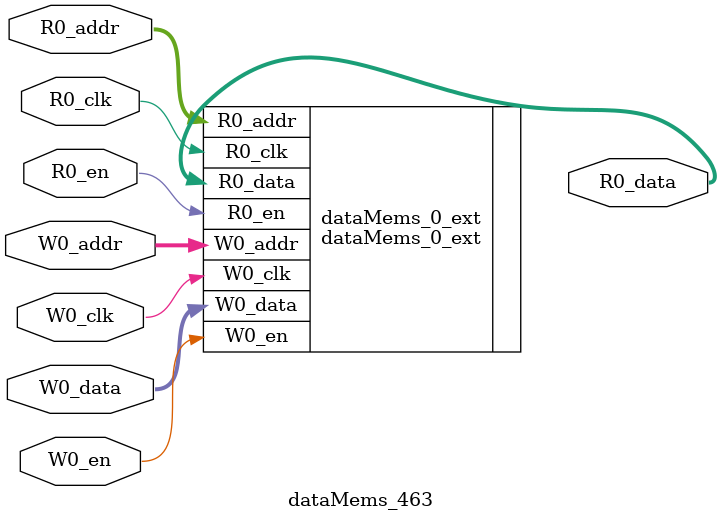
<source format=sv>
`ifndef RANDOMIZE
  `ifdef RANDOMIZE_REG_INIT
    `define RANDOMIZE
  `endif // RANDOMIZE_REG_INIT
`endif // not def RANDOMIZE
`ifndef RANDOMIZE
  `ifdef RANDOMIZE_MEM_INIT
    `define RANDOMIZE
  `endif // RANDOMIZE_MEM_INIT
`endif // not def RANDOMIZE

`ifndef RANDOM
  `define RANDOM $random
`endif // not def RANDOM

// Users can define 'PRINTF_COND' to add an extra gate to prints.
`ifndef PRINTF_COND_
  `ifdef PRINTF_COND
    `define PRINTF_COND_ (`PRINTF_COND)
  `else  // PRINTF_COND
    `define PRINTF_COND_ 1
  `endif // PRINTF_COND
`endif // not def PRINTF_COND_

// Users can define 'ASSERT_VERBOSE_COND' to add an extra gate to assert error printing.
`ifndef ASSERT_VERBOSE_COND_
  `ifdef ASSERT_VERBOSE_COND
    `define ASSERT_VERBOSE_COND_ (`ASSERT_VERBOSE_COND)
  `else  // ASSERT_VERBOSE_COND
    `define ASSERT_VERBOSE_COND_ 1
  `endif // ASSERT_VERBOSE_COND
`endif // not def ASSERT_VERBOSE_COND_

// Users can define 'STOP_COND' to add an extra gate to stop conditions.
`ifndef STOP_COND_
  `ifdef STOP_COND
    `define STOP_COND_ (`STOP_COND)
  `else  // STOP_COND
    `define STOP_COND_ 1
  `endif // STOP_COND
`endif // not def STOP_COND_

// Users can define INIT_RANDOM as general code that gets injected into the
// initializer block for modules with registers.
`ifndef INIT_RANDOM
  `define INIT_RANDOM
`endif // not def INIT_RANDOM

// If using random initialization, you can also define RANDOMIZE_DELAY to
// customize the delay used, otherwise 0.002 is used.
`ifndef RANDOMIZE_DELAY
  `define RANDOMIZE_DELAY 0.002
`endif // not def RANDOMIZE_DELAY

// Define INIT_RANDOM_PROLOG_ for use in our modules below.
`ifndef INIT_RANDOM_PROLOG_
  `ifdef RANDOMIZE
    `ifdef VERILATOR
      `define INIT_RANDOM_PROLOG_ `INIT_RANDOM
    `else  // VERILATOR
      `define INIT_RANDOM_PROLOG_ `INIT_RANDOM #`RANDOMIZE_DELAY begin end
    `endif // VERILATOR
  `else  // RANDOMIZE
    `define INIT_RANDOM_PROLOG_
  `endif // RANDOMIZE
`endif // not def INIT_RANDOM_PROLOG_

// Include register initializers in init blocks unless synthesis is set
`ifndef SYNTHESIS
  `ifndef ENABLE_INITIAL_REG_
    `define ENABLE_INITIAL_REG_
  `endif // not def ENABLE_INITIAL_REG_
`endif // not def SYNTHESIS

// Include rmemory initializers in init blocks unless synthesis is set
`ifndef SYNTHESIS
  `ifndef ENABLE_INITIAL_MEM_
    `define ENABLE_INITIAL_MEM_
  `endif // not def ENABLE_INITIAL_MEM_
`endif // not def SYNTHESIS

module dataMems_463(	// @[generators/ara/src/main/scala/UnsafeAXI4ToTL.scala:365:62]
  input  [4:0]  R0_addr,
  input         R0_en,
  input         R0_clk,
  output [66:0] R0_data,
  input  [4:0]  W0_addr,
  input         W0_en,
  input         W0_clk,
  input  [66:0] W0_data
);

  dataMems_0_ext dataMems_0_ext (	// @[generators/ara/src/main/scala/UnsafeAXI4ToTL.scala:365:62]
    .R0_addr (R0_addr),
    .R0_en   (R0_en),
    .R0_clk  (R0_clk),
    .R0_data (R0_data),
    .W0_addr (W0_addr),
    .W0_en   (W0_en),
    .W0_clk  (W0_clk),
    .W0_data (W0_data)
  );
endmodule


</source>
